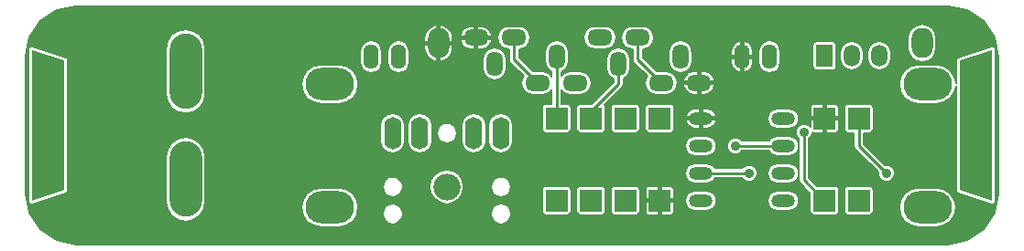
<source format=gbl>
G04 #@! TF.FileFunction,Copper,L2,Bot,Signal*
%FSLAX46Y46*%
G04 Gerber Fmt 4.6, Leading zero omitted, Abs format (unit mm)*
G04 Created by KiCad (PCBNEW 4.0.2+dfsg1-stable) date vie 27 ene 2017 01:32:26 CET*
%MOMM*%
G01*
G04 APERTURE LIST*
%ADD10C,0.150000*%
%ADD11O,4.500000X3.000000*%
%ADD12O,3.000000X7.000000*%
%ADD13O,2.500000X2.500000*%
%ADD14O,1.600000X3.000000*%
%ADD15O,1.397000X2.300000*%
%ADD16O,1.524000X2.300000*%
%ADD17O,2.300000X1.524000*%
%ADD18R,1.998980X1.998980*%
%ADD19O,2.000000X2.800000*%
%ADD20R,1.500000X2.000000*%
%ADD21O,1.500000X2.000000*%
%ADD22O,2.200000X1.200000*%
%ADD23C,0.889000*%
%ADD24C,0.254000*%
%ADD25C,0.152400*%
G04 APERTURE END LIST*
D10*
D11*
X-22225000Y3175000D03*
X-22225000Y-8255000D03*
X33020000Y3175000D03*
D12*
X-35560000Y4365000D03*
X-35560000Y-5635000D03*
D13*
X-11430000Y-6350000D03*
D14*
X-13930000Y-1350000D03*
X-16430000Y-1350000D03*
X-6430000Y-1350000D03*
X-8930000Y-1350000D03*
D10*
G36*
X38965000Y-7635000D02*
X35965000Y-6635000D01*
X35965000Y5365000D01*
X38965000Y6365000D01*
X38965000Y-7635000D01*
X38965000Y-7635000D01*
G37*
D15*
X15875000Y5715000D03*
X18415000Y5715000D03*
X-18415000Y5715000D03*
X-15875000Y5715000D03*
D16*
X4445000Y5080000D03*
D17*
X6215000Y7485000D03*
X2715000Y7485000D03*
D16*
X10160000Y5715000D03*
D17*
X8390000Y3310000D03*
X11890000Y3310000D03*
D16*
X-1270000Y5715000D03*
D17*
X-3040000Y3310000D03*
X460000Y3310000D03*
D16*
X-6985000Y5080000D03*
D17*
X-5215000Y7485000D03*
X-8715000Y7485000D03*
D10*
G36*
X-49760000Y6365000D02*
X-46760000Y5365000D01*
X-46760000Y-6635000D01*
X-49760000Y-7635000D01*
X-49760000Y6365000D01*
X-49760000Y6365000D01*
G37*
D18*
X23495000Y-7620000D03*
X23495000Y0D03*
X8255000Y0D03*
X8255000Y-7620000D03*
X5080000Y-7620000D03*
X5080000Y0D03*
X26670000Y0D03*
X26670000Y-7620000D03*
X1905000Y0D03*
X1905000Y-7620000D03*
X-1270000Y0D03*
X-1270000Y-7620000D03*
D19*
X32510000Y6985000D03*
X-12190000Y6985000D03*
D20*
X23495000Y5815000D03*
D21*
X26035000Y5815000D03*
X28575000Y5815000D03*
D22*
X12065000Y-2540000D03*
X12065000Y0D03*
X12065000Y-5080000D03*
X12065000Y-7620000D03*
X19685000Y-7620000D03*
X19685000Y-5080000D03*
X19685000Y-2540000D03*
X19685000Y0D03*
D11*
X33020000Y-8255000D03*
D23*
X29210000Y-5080000D03*
X15240000Y-2540000D03*
X16510000Y-5080000D03*
X21590000Y-1270000D03*
D24*
X26670000Y-2540000D02*
X26670000Y0D01*
X29210000Y-5080000D02*
X26670000Y-2540000D01*
X-3040000Y3310000D02*
X-5215000Y5485000D01*
X-5215000Y5485000D02*
X-5215000Y7485000D01*
X4445000Y3175000D02*
X4445000Y5080000D01*
X1905000Y0D02*
X1905000Y635000D01*
X1905000Y635000D02*
X4445000Y3175000D01*
X19685000Y-2540000D02*
X15240000Y-2540000D01*
X12065000Y-5080000D02*
X16510000Y-5080000D01*
X-1270000Y5715000D02*
X-1270000Y0D01*
X8390000Y3310000D02*
X6215000Y5485000D01*
X6215000Y5485000D02*
X6215000Y7485000D01*
X21590000Y-1270000D02*
X21590000Y-5715000D01*
X21590000Y-5715000D02*
X23495000Y-7620000D01*
D25*
G36*
X36710931Y10026618D02*
X38224970Y9014968D01*
X39236618Y7500930D01*
X39599800Y5675092D01*
X39599800Y-6945092D01*
X39236618Y-8770930D01*
X38224970Y-10284968D01*
X36710931Y-11296618D01*
X34885092Y-11659800D01*
X-45680092Y-11659800D01*
X-47505930Y-11296618D01*
X-49019968Y-10284970D01*
X-50031618Y-8770931D01*
X-50394800Y-6945092D01*
X-50394800Y5675092D01*
X-50257569Y6365000D01*
X-50096669Y6365000D01*
X-50096669Y-7635000D01*
X-50082212Y-7732600D01*
X-50018854Y-7850269D01*
X-49914709Y-7934017D01*
X-49786185Y-7970649D01*
X-49653536Y-7954392D01*
X-46653536Y-6954392D01*
X-46525251Y-6876327D01*
X-46449856Y-6765983D01*
X-46423331Y-6635000D01*
X-46423331Y-3559962D01*
X-37390200Y-3559962D01*
X-37390200Y-7710038D01*
X-37250884Y-8410425D01*
X-36854147Y-9004185D01*
X-36260387Y-9400922D01*
X-35560000Y-9540238D01*
X-34859613Y-9400922D01*
X-34265853Y-9004185D01*
X-33869116Y-8410425D01*
X-33838200Y-8255000D01*
X-24855749Y-8255000D01*
X-24716433Y-8955387D01*
X-24319696Y-9549147D01*
X-23725936Y-9945884D01*
X-23025549Y-10085200D01*
X-21424451Y-10085200D01*
X-20724064Y-9945884D01*
X-20130304Y-9549147D01*
X-19733567Y-8955387D01*
X-19708980Y-8831776D01*
X-17360200Y-8831776D01*
X-17360200Y-8868224D01*
X-17289393Y-9224196D01*
X-17087751Y-9525975D01*
X-16785972Y-9727617D01*
X-16430000Y-9798424D01*
X-16074028Y-9727617D01*
X-15772249Y-9525975D01*
X-15570607Y-9224196D01*
X-15499800Y-8868224D01*
X-15499800Y-8831776D01*
X-7360200Y-8831776D01*
X-7360200Y-8868224D01*
X-7289393Y-9224196D01*
X-7087751Y-9525975D01*
X-6785972Y-9727617D01*
X-6430000Y-9798424D01*
X-6074028Y-9727617D01*
X-5772249Y-9525975D01*
X-5570607Y-9224196D01*
X-5499800Y-8868224D01*
X-5499800Y-8831776D01*
X-5570607Y-8475804D01*
X-5772249Y-8174025D01*
X-6074028Y-7972383D01*
X-6430000Y-7901576D01*
X-6785972Y-7972383D01*
X-7087751Y-8174025D01*
X-7289393Y-8475804D01*
X-7360200Y-8831776D01*
X-15499800Y-8831776D01*
X-15570607Y-8475804D01*
X-15772249Y-8174025D01*
X-16074028Y-7972383D01*
X-16430000Y-7901576D01*
X-16785972Y-7972383D01*
X-17087751Y-8174025D01*
X-17289393Y-8475804D01*
X-17360200Y-8831776D01*
X-19708980Y-8831776D01*
X-19594251Y-8255000D01*
X-19733567Y-7554613D01*
X-20130304Y-6960853D01*
X-20724064Y-6564116D01*
X-21424451Y-6424800D01*
X-23025549Y-6424800D01*
X-23725936Y-6564116D01*
X-24319696Y-6960853D01*
X-24716433Y-7554613D01*
X-24855749Y-8255000D01*
X-33838200Y-8255000D01*
X-33729800Y-7710038D01*
X-33729800Y-6331776D01*
X-17360200Y-6331776D01*
X-17360200Y-6368224D01*
X-17289393Y-6724196D01*
X-17087751Y-7025975D01*
X-16785972Y-7227617D01*
X-16430000Y-7298424D01*
X-16074028Y-7227617D01*
X-15772249Y-7025975D01*
X-15570607Y-6724196D01*
X-15499800Y-6368224D01*
X-15499800Y-6331776D01*
X-15502332Y-6319042D01*
X-13010200Y-6319042D01*
X-13010200Y-6380958D01*
X-12889914Y-6985674D01*
X-12547370Y-7498328D01*
X-12034716Y-7840872D01*
X-11430000Y-7961158D01*
X-10825284Y-7840872D01*
X-10312630Y-7498328D01*
X-9970086Y-6985674D01*
X-9849800Y-6380958D01*
X-9849800Y-6331776D01*
X-7360200Y-6331776D01*
X-7360200Y-6368224D01*
X-7289393Y-6724196D01*
X-7087751Y-7025975D01*
X-6785972Y-7227617D01*
X-6430000Y-7298424D01*
X-6074028Y-7227617D01*
X-5772249Y-7025975D01*
X-5570607Y-6724196D01*
X-5549983Y-6620510D01*
X-2606159Y-6620510D01*
X-2606159Y-8619490D01*
X-2583134Y-8741855D01*
X-2510817Y-8854239D01*
X-2400473Y-8929634D01*
X-2269490Y-8956159D01*
X-270510Y-8956159D01*
X-148145Y-8933134D01*
X-35761Y-8860817D01*
X39634Y-8750473D01*
X66159Y-8619490D01*
X66159Y-6620510D01*
X568841Y-6620510D01*
X568841Y-8619490D01*
X591866Y-8741855D01*
X664183Y-8854239D01*
X774527Y-8929634D01*
X905510Y-8956159D01*
X2904490Y-8956159D01*
X3026855Y-8933134D01*
X3139239Y-8860817D01*
X3214634Y-8750473D01*
X3241159Y-8619490D01*
X3241159Y-6620510D01*
X3743841Y-6620510D01*
X3743841Y-8619490D01*
X3766866Y-8741855D01*
X3839183Y-8854239D01*
X3949527Y-8929634D01*
X4080510Y-8956159D01*
X6079490Y-8956159D01*
X6201855Y-8933134D01*
X6314239Y-8860817D01*
X6389634Y-8750473D01*
X6416159Y-8619490D01*
X6416159Y-7816850D01*
X6925310Y-7816850D01*
X6925310Y-8685171D01*
X6975580Y-8806533D01*
X7068467Y-8899420D01*
X7189829Y-8949690D01*
X8058150Y-8949690D01*
X8140700Y-8867140D01*
X8140700Y-7734300D01*
X8369300Y-7734300D01*
X8369300Y-8867140D01*
X8451850Y-8949690D01*
X9320171Y-8949690D01*
X9441533Y-8899420D01*
X9534420Y-8806533D01*
X9584690Y-8685171D01*
X9584690Y-7816850D01*
X9502140Y-7734300D01*
X8369300Y-7734300D01*
X8140700Y-7734300D01*
X7007860Y-7734300D01*
X6925310Y-7816850D01*
X6416159Y-7816850D01*
X6416159Y-7620000D01*
X10606781Y-7620000D01*
X10677588Y-7975972D01*
X10879230Y-8277751D01*
X11181009Y-8479393D01*
X11536981Y-8550200D01*
X12593019Y-8550200D01*
X12948991Y-8479393D01*
X13250770Y-8277751D01*
X13452412Y-7975972D01*
X13523219Y-7620000D01*
X18226781Y-7620000D01*
X18297588Y-7975972D01*
X18499230Y-8277751D01*
X18801009Y-8479393D01*
X19156981Y-8550200D01*
X20213019Y-8550200D01*
X20568991Y-8479393D01*
X20870770Y-8277751D01*
X21072412Y-7975972D01*
X21143219Y-7620000D01*
X21072412Y-7264028D01*
X20870770Y-6962249D01*
X20568991Y-6760607D01*
X20213019Y-6689800D01*
X19156981Y-6689800D01*
X18801009Y-6760607D01*
X18499230Y-6962249D01*
X18297588Y-7264028D01*
X18226781Y-7620000D01*
X13523219Y-7620000D01*
X13452412Y-7264028D01*
X13250770Y-6962249D01*
X12948991Y-6760607D01*
X12593019Y-6689800D01*
X11536981Y-6689800D01*
X11181009Y-6760607D01*
X10879230Y-6962249D01*
X10677588Y-7264028D01*
X10606781Y-7620000D01*
X6416159Y-7620000D01*
X6416159Y-6620510D01*
X6403801Y-6554829D01*
X6925310Y-6554829D01*
X6925310Y-7423150D01*
X7007860Y-7505700D01*
X8140700Y-7505700D01*
X8140700Y-6372860D01*
X8369300Y-6372860D01*
X8369300Y-7505700D01*
X9502140Y-7505700D01*
X9584690Y-7423150D01*
X9584690Y-6554829D01*
X9534420Y-6433467D01*
X9441533Y-6340580D01*
X9320171Y-6290310D01*
X8451850Y-6290310D01*
X8369300Y-6372860D01*
X8140700Y-6372860D01*
X8058150Y-6290310D01*
X7189829Y-6290310D01*
X7068467Y-6340580D01*
X6975580Y-6433467D01*
X6925310Y-6554829D01*
X6403801Y-6554829D01*
X6393134Y-6498145D01*
X6320817Y-6385761D01*
X6210473Y-6310366D01*
X6079490Y-6283841D01*
X4080510Y-6283841D01*
X3958145Y-6306866D01*
X3845761Y-6379183D01*
X3770366Y-6489527D01*
X3743841Y-6620510D01*
X3241159Y-6620510D01*
X3218134Y-6498145D01*
X3145817Y-6385761D01*
X3035473Y-6310366D01*
X2904490Y-6283841D01*
X905510Y-6283841D01*
X783145Y-6306866D01*
X670761Y-6379183D01*
X595366Y-6489527D01*
X568841Y-6620510D01*
X66159Y-6620510D01*
X43134Y-6498145D01*
X-29183Y-6385761D01*
X-139527Y-6310366D01*
X-270510Y-6283841D01*
X-2269490Y-6283841D01*
X-2391855Y-6306866D01*
X-2504239Y-6379183D01*
X-2579634Y-6489527D01*
X-2606159Y-6620510D01*
X-5549983Y-6620510D01*
X-5499800Y-6368224D01*
X-5499800Y-6331776D01*
X-5570607Y-5975804D01*
X-5772249Y-5674025D01*
X-6074028Y-5472383D01*
X-6430000Y-5401576D01*
X-6785972Y-5472383D01*
X-7087751Y-5674025D01*
X-7289393Y-5975804D01*
X-7360200Y-6331776D01*
X-9849800Y-6331776D01*
X-9849800Y-6319042D01*
X-9970086Y-5714326D01*
X-10312630Y-5201672D01*
X-10494725Y-5080000D01*
X10606781Y-5080000D01*
X10677588Y-5435972D01*
X10879230Y-5737751D01*
X11181009Y-5939393D01*
X11536981Y-6010200D01*
X12593019Y-6010200D01*
X12948991Y-5939393D01*
X13250770Y-5737751D01*
X13384774Y-5537200D01*
X15871767Y-5537200D01*
X16070595Y-5736376D01*
X16355227Y-5854565D01*
X16663421Y-5854834D01*
X16948259Y-5737141D01*
X17166376Y-5519405D01*
X17284565Y-5234773D01*
X17284834Y-4926579D01*
X17167141Y-4641741D01*
X16949405Y-4423624D01*
X16664773Y-4305435D01*
X16356579Y-4305166D01*
X16071741Y-4422859D01*
X15871450Y-4622800D01*
X13384774Y-4622800D01*
X13250770Y-4422249D01*
X12948991Y-4220607D01*
X12593019Y-4149800D01*
X11536981Y-4149800D01*
X11181009Y-4220607D01*
X10879230Y-4422249D01*
X10677588Y-4724028D01*
X10606781Y-5080000D01*
X-10494725Y-5080000D01*
X-10825284Y-4859128D01*
X-11430000Y-4738842D01*
X-12034716Y-4859128D01*
X-12547370Y-5201672D01*
X-12889914Y-5714326D01*
X-13010200Y-6319042D01*
X-15502332Y-6319042D01*
X-15570607Y-5975804D01*
X-15772249Y-5674025D01*
X-16074028Y-5472383D01*
X-16430000Y-5401576D01*
X-16785972Y-5472383D01*
X-17087751Y-5674025D01*
X-17289393Y-5975804D01*
X-17360200Y-6331776D01*
X-33729800Y-6331776D01*
X-33729800Y-3559962D01*
X-33869116Y-2859575D01*
X-34265853Y-2265815D01*
X-34859613Y-1869078D01*
X-35560000Y-1729762D01*
X-36260387Y-1869078D01*
X-36854147Y-2265815D01*
X-37250884Y-2859575D01*
X-37390200Y-3559962D01*
X-46423331Y-3559962D01*
X-46423331Y-614144D01*
X-17560200Y-614144D01*
X-17560200Y-2085856D01*
X-17474169Y-2518365D01*
X-17229172Y-2885028D01*
X-16862509Y-3130025D01*
X-16430000Y-3216056D01*
X-15997491Y-3130025D01*
X-15630828Y-2885028D01*
X-15385831Y-2518365D01*
X-15299800Y-2085856D01*
X-15299800Y-614144D01*
X-15060200Y-614144D01*
X-15060200Y-2085856D01*
X-14974169Y-2518365D01*
X-14729172Y-2885028D01*
X-14362509Y-3130025D01*
X-13930000Y-3216056D01*
X-13497491Y-3130025D01*
X-13130828Y-2885028D01*
X-12885831Y-2518365D01*
X-12799800Y-2085856D01*
X-12799800Y-1331776D01*
X-12360200Y-1331776D01*
X-12360200Y-1368224D01*
X-12289393Y-1724196D01*
X-12087751Y-2025975D01*
X-11785972Y-2227617D01*
X-11430000Y-2298424D01*
X-11074028Y-2227617D01*
X-10772249Y-2025975D01*
X-10570607Y-1724196D01*
X-10499800Y-1368224D01*
X-10499800Y-1331776D01*
X-10570607Y-975804D01*
X-10772249Y-674025D01*
X-10861867Y-614144D01*
X-10060200Y-614144D01*
X-10060200Y-2085856D01*
X-9974169Y-2518365D01*
X-9729172Y-2885028D01*
X-9362509Y-3130025D01*
X-8930000Y-3216056D01*
X-8497491Y-3130025D01*
X-8130828Y-2885028D01*
X-7885831Y-2518365D01*
X-7799800Y-2085856D01*
X-7799800Y-614144D01*
X-7560200Y-614144D01*
X-7560200Y-2085856D01*
X-7474169Y-2518365D01*
X-7229172Y-2885028D01*
X-6862509Y-3130025D01*
X-6430000Y-3216056D01*
X-5997491Y-3130025D01*
X-5630828Y-2885028D01*
X-5400288Y-2540000D01*
X10606781Y-2540000D01*
X10677588Y-2895972D01*
X10879230Y-3197751D01*
X11181009Y-3399393D01*
X11536981Y-3470200D01*
X12593019Y-3470200D01*
X12948991Y-3399393D01*
X13250770Y-3197751D01*
X13452412Y-2895972D01*
X13492701Y-2693421D01*
X14465166Y-2693421D01*
X14582859Y-2978259D01*
X14800595Y-3196376D01*
X15085227Y-3314565D01*
X15393421Y-3314834D01*
X15678259Y-3197141D01*
X15878550Y-2997200D01*
X18365226Y-2997200D01*
X18499230Y-3197751D01*
X18801009Y-3399393D01*
X19156981Y-3470200D01*
X20213019Y-3470200D01*
X20568991Y-3399393D01*
X20870770Y-3197751D01*
X21072412Y-2895972D01*
X21132800Y-2592380D01*
X21132800Y-5027620D01*
X21072412Y-4724028D01*
X20870770Y-4422249D01*
X20568991Y-4220607D01*
X20213019Y-4149800D01*
X19156981Y-4149800D01*
X18801009Y-4220607D01*
X18499230Y-4422249D01*
X18297588Y-4724028D01*
X18226781Y-5080000D01*
X18297588Y-5435972D01*
X18499230Y-5737751D01*
X18801009Y-5939393D01*
X19156981Y-6010200D01*
X20213019Y-6010200D01*
X20568991Y-5939393D01*
X20870770Y-5737751D01*
X21072412Y-5435972D01*
X21132800Y-5132380D01*
X21132800Y-5715000D01*
X21167602Y-5889963D01*
X21266711Y-6038289D01*
X22158841Y-6930419D01*
X22158841Y-8619490D01*
X22181866Y-8741855D01*
X22254183Y-8854239D01*
X22364527Y-8929634D01*
X22495510Y-8956159D01*
X24494490Y-8956159D01*
X24616855Y-8933134D01*
X24729239Y-8860817D01*
X24804634Y-8750473D01*
X24831159Y-8619490D01*
X24831159Y-6620510D01*
X25333841Y-6620510D01*
X25333841Y-8619490D01*
X25356866Y-8741855D01*
X25429183Y-8854239D01*
X25539527Y-8929634D01*
X25670510Y-8956159D01*
X27669490Y-8956159D01*
X27791855Y-8933134D01*
X27904239Y-8860817D01*
X27979634Y-8750473D01*
X28006159Y-8619490D01*
X28006159Y-8255000D01*
X30389251Y-8255000D01*
X30528567Y-8955387D01*
X30925304Y-9549147D01*
X31519064Y-9945884D01*
X32219451Y-10085200D01*
X33820549Y-10085200D01*
X34520936Y-9945884D01*
X35114696Y-9549147D01*
X35511433Y-8955387D01*
X35650749Y-8255000D01*
X35511433Y-7554613D01*
X35114696Y-6960853D01*
X34520936Y-6564116D01*
X33820549Y-6424800D01*
X32219451Y-6424800D01*
X31519064Y-6564116D01*
X30925304Y-6960853D01*
X30528567Y-7554613D01*
X30389251Y-8255000D01*
X28006159Y-8255000D01*
X28006159Y-6620510D01*
X27983134Y-6498145D01*
X27910817Y-6385761D01*
X27800473Y-6310366D01*
X27669490Y-6283841D01*
X25670510Y-6283841D01*
X25548145Y-6306866D01*
X25435761Y-6379183D01*
X25360366Y-6489527D01*
X25333841Y-6620510D01*
X24831159Y-6620510D01*
X24808134Y-6498145D01*
X24735817Y-6385761D01*
X24625473Y-6310366D01*
X24494490Y-6283841D01*
X22805419Y-6283841D01*
X22047200Y-5525622D01*
X22047200Y-1908233D01*
X22246376Y-1709405D01*
X22364565Y-1424773D01*
X22364672Y-1302701D01*
X22429829Y-1329690D01*
X23298150Y-1329690D01*
X23380700Y-1247140D01*
X23380700Y-114300D01*
X23609300Y-114300D01*
X23609300Y-1247140D01*
X23691850Y-1329690D01*
X24560171Y-1329690D01*
X24681533Y-1279420D01*
X24774420Y-1186533D01*
X24824690Y-1065171D01*
X24824690Y-196850D01*
X24742140Y-114300D01*
X23609300Y-114300D01*
X23380700Y-114300D01*
X22247860Y-114300D01*
X22165310Y-196850D01*
X22165310Y-749767D01*
X22029405Y-613624D01*
X21744773Y-495435D01*
X21436579Y-495166D01*
X21151741Y-612859D01*
X20933624Y-830595D01*
X20815435Y-1115227D01*
X20815166Y-1423421D01*
X20932859Y-1708259D01*
X21132800Y-1908550D01*
X21132800Y-2487620D01*
X21072412Y-2184028D01*
X20870770Y-1882249D01*
X20568991Y-1680607D01*
X20213019Y-1609800D01*
X19156981Y-1609800D01*
X18801009Y-1680607D01*
X18499230Y-1882249D01*
X18365226Y-2082800D01*
X15878233Y-2082800D01*
X15679405Y-1883624D01*
X15394773Y-1765435D01*
X15086579Y-1765166D01*
X14801741Y-1882859D01*
X14583624Y-2100595D01*
X14465435Y-2385227D01*
X14465166Y-2693421D01*
X13492701Y-2693421D01*
X13523219Y-2540000D01*
X13452412Y-2184028D01*
X13250770Y-1882249D01*
X12948991Y-1680607D01*
X12593019Y-1609800D01*
X11536981Y-1609800D01*
X11181009Y-1680607D01*
X10879230Y-1882249D01*
X10677588Y-2184028D01*
X10606781Y-2540000D01*
X-5400288Y-2540000D01*
X-5385831Y-2518365D01*
X-5299800Y-2085856D01*
X-5299800Y-614144D01*
X-5385831Y-181635D01*
X-5630828Y185028D01*
X-5997491Y430025D01*
X-6430000Y516056D01*
X-6862509Y430025D01*
X-7229172Y185028D01*
X-7474169Y-181635D01*
X-7560200Y-614144D01*
X-7799800Y-614144D01*
X-7885831Y-181635D01*
X-8130828Y185028D01*
X-8497491Y430025D01*
X-8930000Y516056D01*
X-9362509Y430025D01*
X-9729172Y185028D01*
X-9974169Y-181635D01*
X-10060200Y-614144D01*
X-10861867Y-614144D01*
X-11074028Y-472383D01*
X-11430000Y-401576D01*
X-11785972Y-472383D01*
X-12087751Y-674025D01*
X-12289393Y-975804D01*
X-12360200Y-1331776D01*
X-12799800Y-1331776D01*
X-12799800Y-614144D01*
X-12885831Y-181635D01*
X-13130828Y185028D01*
X-13497491Y430025D01*
X-13930000Y516056D01*
X-14362509Y430025D01*
X-14729172Y185028D01*
X-14974169Y-181635D01*
X-15060200Y-614144D01*
X-15299800Y-614144D01*
X-15385831Y-181635D01*
X-15630828Y185028D01*
X-15997491Y430025D01*
X-16430000Y516056D01*
X-16862509Y430025D01*
X-17229172Y185028D01*
X-17474169Y-181635D01*
X-17560200Y-614144D01*
X-46423331Y-614144D01*
X-46423331Y5365000D01*
X-46456823Y5511389D01*
X-46537662Y5617808D01*
X-46653536Y5684392D01*
X-48920474Y6440038D01*
X-37390200Y6440038D01*
X-37390200Y2289962D01*
X-37250884Y1589575D01*
X-36854147Y995815D01*
X-36260387Y599078D01*
X-35560000Y459762D01*
X-34859613Y599078D01*
X-34265853Y995815D01*
X-33869116Y1589575D01*
X-33729800Y2289962D01*
X-33729800Y3175000D01*
X-24855749Y3175000D01*
X-24716433Y2474613D01*
X-24319696Y1880853D01*
X-23725936Y1484116D01*
X-23025549Y1344800D01*
X-21424451Y1344800D01*
X-20724064Y1484116D01*
X-20130304Y1880853D01*
X-19733567Y2474613D01*
X-19594251Y3175000D01*
X-19733567Y3875387D01*
X-20130304Y4469147D01*
X-20724064Y4865884D01*
X-21424451Y5005200D01*
X-23025549Y5005200D01*
X-23725936Y4865884D01*
X-24319696Y4469147D01*
X-24716433Y3875387D01*
X-24855749Y3175000D01*
X-33729800Y3175000D01*
X-33729800Y6195499D01*
X-19443700Y6195499D01*
X-19443700Y5234501D01*
X-19365395Y4840835D01*
X-19142401Y4507100D01*
X-18808666Y4284106D01*
X-18415000Y4205801D01*
X-18021334Y4284106D01*
X-17687599Y4507100D01*
X-17464605Y4840835D01*
X-17386300Y5234501D01*
X-17386300Y6195499D01*
X-16903700Y6195499D01*
X-16903700Y5234501D01*
X-16825395Y4840835D01*
X-16602401Y4507100D01*
X-16268666Y4284106D01*
X-15875000Y4205801D01*
X-15481334Y4284106D01*
X-15147599Y4507100D01*
X-14924605Y4840835D01*
X-14846300Y5234501D01*
X-14846300Y6195499D01*
X-14924605Y6589165D01*
X-15112720Y6870700D01*
X-13520200Y6870700D01*
X-13520200Y6470700D01*
X-13375204Y5970355D01*
X-13049771Y5563584D01*
X-12593446Y5312315D01*
X-12510212Y5293917D01*
X-12304300Y5342597D01*
X-12304300Y6870700D01*
X-12075700Y6870700D01*
X-12075700Y5342597D01*
X-11869788Y5293917D01*
X-11786554Y5312315D01*
X-11451153Y5496999D01*
X-8077200Y5496999D01*
X-8077200Y4663001D01*
X-7994061Y4245034D01*
X-7757302Y3890699D01*
X-7402967Y3653940D01*
X-6985000Y3570801D01*
X-6567033Y3653940D01*
X-6212698Y3890699D01*
X-5975939Y4245034D01*
X-5892800Y4663001D01*
X-5892800Y5496999D01*
X-5975939Y5914966D01*
X-6212698Y6269301D01*
X-6567033Y6506060D01*
X-6985000Y6589199D01*
X-7402967Y6506060D01*
X-7757302Y6269301D01*
X-7994061Y5914966D01*
X-8077200Y5496999D01*
X-11451153Y5496999D01*
X-11330229Y5563584D01*
X-11004796Y5970355D01*
X-10859800Y6470700D01*
X-10859800Y6870700D01*
X-12075700Y6870700D01*
X-12304300Y6870700D01*
X-13520200Y6870700D01*
X-15112720Y6870700D01*
X-15147599Y6922900D01*
X-15481334Y7145894D01*
X-15875000Y7224199D01*
X-16268666Y7145894D01*
X-16602401Y6922900D01*
X-16825395Y6589165D01*
X-16903700Y6195499D01*
X-17386300Y6195499D01*
X-17464605Y6589165D01*
X-17687599Y6922900D01*
X-18021334Y7145894D01*
X-18415000Y7224199D01*
X-18808666Y7145894D01*
X-19142401Y6922900D01*
X-19365395Y6589165D01*
X-19443700Y6195499D01*
X-33729800Y6195499D01*
X-33729800Y6440038D01*
X-33869116Y7140425D01*
X-34108908Y7499300D01*
X-13520200Y7499300D01*
X-13520200Y7099300D01*
X-12304300Y7099300D01*
X-12304300Y8627403D01*
X-12075700Y8627403D01*
X-12075700Y7099300D01*
X-10859800Y7099300D01*
X-10859800Y7202188D01*
X-10157950Y7202188D01*
X-10155802Y7172632D01*
X-9956124Y6793520D01*
X-9626566Y6519679D01*
X-9217300Y6392800D01*
X-8829300Y6392800D01*
X-8829300Y7370700D01*
X-8600700Y7370700D01*
X-8600700Y6392800D01*
X-8212700Y6392800D01*
X-7803434Y6519679D01*
X-7473876Y6793520D01*
X-7274198Y7172632D01*
X-7272050Y7202188D01*
X-7323841Y7370700D01*
X-8600700Y7370700D01*
X-8829300Y7370700D01*
X-10106159Y7370700D01*
X-10157950Y7202188D01*
X-10859800Y7202188D01*
X-10859800Y7485000D01*
X-6724199Y7485000D01*
X-6641060Y7067033D01*
X-6404301Y6712698D01*
X-6049966Y6475939D01*
X-5672200Y6400796D01*
X-5672200Y5485000D01*
X-5637398Y5310037D01*
X-5538289Y5161711D01*
X-4321258Y3944679D01*
X-4466060Y3727967D01*
X-4549199Y3310000D01*
X-4466060Y2892033D01*
X-4229301Y2537698D01*
X-3874966Y2300939D01*
X-3456999Y2217800D01*
X-2623001Y2217800D01*
X-2205034Y2300939D01*
X-1850699Y2537698D01*
X-1727200Y2722527D01*
X-1727200Y1336159D01*
X-2269490Y1336159D01*
X-2391855Y1313134D01*
X-2504239Y1240817D01*
X-2579634Y1130473D01*
X-2606159Y999490D01*
X-2606159Y-999490D01*
X-2583134Y-1121855D01*
X-2510817Y-1234239D01*
X-2400473Y-1309634D01*
X-2269490Y-1336159D01*
X-270510Y-1336159D01*
X-148145Y-1313134D01*
X-35761Y-1240817D01*
X39634Y-1130473D01*
X66159Y-999490D01*
X66159Y999490D01*
X568841Y999490D01*
X568841Y-999490D01*
X591866Y-1121855D01*
X664183Y-1234239D01*
X774527Y-1309634D01*
X905510Y-1336159D01*
X2904490Y-1336159D01*
X3026855Y-1313134D01*
X3139239Y-1240817D01*
X3214634Y-1130473D01*
X3241159Y-999490D01*
X3241159Y999490D01*
X3743841Y999490D01*
X3743841Y-999490D01*
X3766866Y-1121855D01*
X3839183Y-1234239D01*
X3949527Y-1309634D01*
X4080510Y-1336159D01*
X6079490Y-1336159D01*
X6201855Y-1313134D01*
X6314239Y-1240817D01*
X6389634Y-1130473D01*
X6416159Y-999490D01*
X6416159Y999490D01*
X6918841Y999490D01*
X6918841Y-999490D01*
X6941866Y-1121855D01*
X7014183Y-1234239D01*
X7124527Y-1309634D01*
X7255510Y-1336159D01*
X9254490Y-1336159D01*
X9376855Y-1313134D01*
X9489239Y-1240817D01*
X9564634Y-1130473D01*
X9591159Y-999490D01*
X9591159Y-257305D01*
X10671095Y-257305D01*
X10826427Y-576928D01*
X11103428Y-815652D01*
X11450700Y-930200D01*
X11950700Y-930200D01*
X11950700Y-114300D01*
X12179300Y-114300D01*
X12179300Y-930200D01*
X12679300Y-930200D01*
X13026572Y-815652D01*
X13303573Y-576928D01*
X13458905Y-257305D01*
X13404908Y-114300D01*
X12179300Y-114300D01*
X11950700Y-114300D01*
X10725092Y-114300D01*
X10671095Y-257305D01*
X9591159Y-257305D01*
X9591159Y0D01*
X18226781Y0D01*
X18297588Y-355972D01*
X18499230Y-657751D01*
X18801009Y-859393D01*
X19156981Y-930200D01*
X20213019Y-930200D01*
X20568991Y-859393D01*
X20870770Y-657751D01*
X21072412Y-355972D01*
X21143219Y0D01*
X21072412Y355972D01*
X20870770Y657751D01*
X20568991Y859393D01*
X20213019Y930200D01*
X19156981Y930200D01*
X18801009Y859393D01*
X18499230Y657751D01*
X18297588Y355972D01*
X18226781Y0D01*
X9591159Y0D01*
X9591159Y257305D01*
X10671095Y257305D01*
X10725092Y114300D01*
X11950700Y114300D01*
X11950700Y930200D01*
X12179300Y930200D01*
X12179300Y114300D01*
X13404908Y114300D01*
X13458905Y257305D01*
X13303573Y576928D01*
X13026572Y815652D01*
X12679300Y930200D01*
X12179300Y930200D01*
X11950700Y930200D01*
X11450700Y930200D01*
X11103428Y815652D01*
X10826427Y576928D01*
X10671095Y257305D01*
X9591159Y257305D01*
X9591159Y999490D01*
X9578801Y1065171D01*
X22165310Y1065171D01*
X22165310Y196850D01*
X22247860Y114300D01*
X23380700Y114300D01*
X23380700Y1247140D01*
X23609300Y1247140D01*
X23609300Y114300D01*
X24742140Y114300D01*
X24824690Y196850D01*
X24824690Y999490D01*
X25333841Y999490D01*
X25333841Y-999490D01*
X25356866Y-1121855D01*
X25429183Y-1234239D01*
X25539527Y-1309634D01*
X25670510Y-1336159D01*
X26212800Y-1336159D01*
X26212800Y-2540000D01*
X26247602Y-2714963D01*
X26346711Y-2863289D01*
X28435412Y-4951990D01*
X28435166Y-5233421D01*
X28552859Y-5518259D01*
X28770595Y-5736376D01*
X29055227Y-5854565D01*
X29363421Y-5854834D01*
X29648259Y-5737141D01*
X29866376Y-5519405D01*
X29984565Y-5234773D01*
X29984834Y-4926579D01*
X29867141Y-4641741D01*
X29649405Y-4423624D01*
X29364773Y-4305435D01*
X29081767Y-4305188D01*
X27127200Y-2350622D01*
X27127200Y-1336159D01*
X27669490Y-1336159D01*
X27791855Y-1313134D01*
X27904239Y-1240817D01*
X27979634Y-1130473D01*
X28006159Y-999490D01*
X28006159Y999490D01*
X27983134Y1121855D01*
X27910817Y1234239D01*
X27800473Y1309634D01*
X27669490Y1336159D01*
X25670510Y1336159D01*
X25548145Y1313134D01*
X25435761Y1240817D01*
X25360366Y1130473D01*
X25333841Y999490D01*
X24824690Y999490D01*
X24824690Y1065171D01*
X24774420Y1186533D01*
X24681533Y1279420D01*
X24560171Y1329690D01*
X23691850Y1329690D01*
X23609300Y1247140D01*
X23380700Y1247140D01*
X23298150Y1329690D01*
X22429829Y1329690D01*
X22308467Y1279420D01*
X22215580Y1186533D01*
X22165310Y1065171D01*
X9578801Y1065171D01*
X9568134Y1121855D01*
X9495817Y1234239D01*
X9385473Y1309634D01*
X9254490Y1336159D01*
X7255510Y1336159D01*
X7133145Y1313134D01*
X7020761Y1240817D01*
X6945366Y1130473D01*
X6918841Y999490D01*
X6416159Y999490D01*
X6393134Y1121855D01*
X6320817Y1234239D01*
X6210473Y1309634D01*
X6079490Y1336159D01*
X4080510Y1336159D01*
X3958145Y1313134D01*
X3845761Y1240817D01*
X3770366Y1130473D01*
X3743841Y999490D01*
X3241159Y999490D01*
X3218134Y1121855D01*
X3147775Y1231196D01*
X4768289Y2851710D01*
X4867398Y3000037D01*
X4902200Y3175000D01*
X4902200Y3680155D01*
X5217302Y3890699D01*
X5454061Y4245034D01*
X5537200Y4663001D01*
X5537200Y5496999D01*
X5454061Y5914966D01*
X5217302Y6269301D01*
X4862967Y6506060D01*
X4445000Y6589199D01*
X4027033Y6506060D01*
X3672698Y6269301D01*
X3435939Y5914966D01*
X3352800Y5496999D01*
X3352800Y4663001D01*
X3435939Y4245034D01*
X3672698Y3890699D01*
X3987800Y3680155D01*
X3987800Y3364379D01*
X1959581Y1336159D01*
X905510Y1336159D01*
X783145Y1313134D01*
X670761Y1240817D01*
X595366Y1130473D01*
X568841Y999490D01*
X66159Y999490D01*
X43134Y1121855D01*
X-29183Y1234239D01*
X-139527Y1309634D01*
X-270510Y1336159D01*
X-812800Y1336159D01*
X-812800Y2662663D01*
X-729301Y2537698D01*
X-374966Y2300939D01*
X43001Y2217800D01*
X876999Y2217800D01*
X1294966Y2300939D01*
X1649301Y2537698D01*
X1886060Y2892033D01*
X1969199Y3310000D01*
X1886060Y3727967D01*
X1649301Y4082302D01*
X1294966Y4319061D01*
X876999Y4402200D01*
X43001Y4402200D01*
X-374966Y4319061D01*
X-729301Y4082302D01*
X-812800Y3957337D01*
X-812800Y4315155D01*
X-497698Y4525699D01*
X-260939Y4880034D01*
X-177800Y5298001D01*
X-177800Y6131999D01*
X-260939Y6549966D01*
X-497698Y6904301D01*
X-852033Y7141060D01*
X-1270000Y7224199D01*
X-1687967Y7141060D01*
X-2042302Y6904301D01*
X-2279061Y6549966D01*
X-2362200Y6131999D01*
X-2362200Y5298001D01*
X-2279061Y4880034D01*
X-2042302Y4525699D01*
X-1727200Y4315155D01*
X-1727200Y3897473D01*
X-1850699Y4082302D01*
X-2205034Y4319061D01*
X-2623001Y4402200D01*
X-3456999Y4402200D01*
X-3480873Y4397451D01*
X-4757800Y5674378D01*
X-4757800Y6400796D01*
X-4380034Y6475939D01*
X-4025699Y6712698D01*
X-3788940Y7067033D01*
X-3705801Y7485000D01*
X1205801Y7485000D01*
X1288940Y7067033D01*
X1525699Y6712698D01*
X1880034Y6475939D01*
X2298001Y6392800D01*
X3131999Y6392800D01*
X3549966Y6475939D01*
X3904301Y6712698D01*
X4141060Y7067033D01*
X4224199Y7485000D01*
X4705801Y7485000D01*
X4788940Y7067033D01*
X5025699Y6712698D01*
X5380034Y6475939D01*
X5757800Y6400796D01*
X5757800Y5485000D01*
X5792602Y5310037D01*
X5891711Y5161711D01*
X7108742Y3944679D01*
X6963940Y3727967D01*
X6880801Y3310000D01*
X6963940Y2892033D01*
X7200699Y2537698D01*
X7555034Y2300939D01*
X7973001Y2217800D01*
X8806999Y2217800D01*
X9224966Y2300939D01*
X9579301Y2537698D01*
X9816060Y2892033D01*
X9842944Y3027188D01*
X10447050Y3027188D01*
X10449198Y2997632D01*
X10648876Y2618520D01*
X10978434Y2344679D01*
X11387700Y2217800D01*
X11775700Y2217800D01*
X11775700Y3195700D01*
X12004300Y3195700D01*
X12004300Y2217800D01*
X12392300Y2217800D01*
X12801566Y2344679D01*
X13131124Y2618520D01*
X13330802Y2997632D01*
X13332950Y3027188D01*
X13287522Y3175000D01*
X30389251Y3175000D01*
X30528567Y2474613D01*
X30925304Y1880853D01*
X31519064Y1484116D01*
X32219451Y1344800D01*
X33820549Y1344800D01*
X34520936Y1484116D01*
X35114696Y1880853D01*
X35511433Y2474613D01*
X35628331Y3062297D01*
X35628331Y-6635000D01*
X35661823Y-6781389D01*
X35742662Y-6887808D01*
X35858536Y-6954392D01*
X38858536Y-7954392D01*
X38955699Y-7971540D01*
X39087365Y-7948644D01*
X39199749Y-7876327D01*
X39275144Y-7765983D01*
X39301669Y-7635000D01*
X39301669Y6365000D01*
X39287212Y6462600D01*
X39223854Y6580269D01*
X39119709Y6664017D01*
X38991185Y6700649D01*
X38858536Y6684392D01*
X35858536Y5684392D01*
X35730251Y5606327D01*
X35654856Y5495983D01*
X35628331Y5365000D01*
X35628331Y3287703D01*
X35511433Y3875387D01*
X35114696Y4469147D01*
X34520936Y4865884D01*
X33820549Y5005200D01*
X32219451Y5005200D01*
X31519064Y4865884D01*
X30925304Y4469147D01*
X30528567Y3875387D01*
X30389251Y3175000D01*
X13287522Y3175000D01*
X13281159Y3195700D01*
X12004300Y3195700D01*
X11775700Y3195700D01*
X10498841Y3195700D01*
X10447050Y3027188D01*
X9842944Y3027188D01*
X9899199Y3310000D01*
X9842945Y3592812D01*
X10447050Y3592812D01*
X10498841Y3424300D01*
X11775700Y3424300D01*
X11775700Y4402200D01*
X12004300Y4402200D01*
X12004300Y3424300D01*
X13281159Y3424300D01*
X13332950Y3592812D01*
X13330802Y3622368D01*
X13131124Y4001480D01*
X12801566Y4275321D01*
X12392300Y4402200D01*
X12004300Y4402200D01*
X11775700Y4402200D01*
X11387700Y4402200D01*
X10978434Y4275321D01*
X10648876Y4001480D01*
X10449198Y3622368D01*
X10447050Y3592812D01*
X9842945Y3592812D01*
X9816060Y3727967D01*
X9579301Y4082302D01*
X9224966Y4319061D01*
X8806999Y4402200D01*
X7973001Y4402200D01*
X7949127Y4397451D01*
X6672200Y5674378D01*
X6672200Y6131999D01*
X9067800Y6131999D01*
X9067800Y5298001D01*
X9150939Y4880034D01*
X9387698Y4525699D01*
X9742033Y4288940D01*
X10160000Y4205801D01*
X10577967Y4288940D01*
X10932302Y4525699D01*
X11169061Y4880034D01*
X11252200Y5298001D01*
X11252200Y5600700D01*
X14846300Y5600700D01*
X14846300Y5149200D01*
X14968346Y4764234D01*
X15228422Y4455277D01*
X15602180Y4271637D01*
X15760700Y4324279D01*
X15760700Y5600700D01*
X15989300Y5600700D01*
X15989300Y4324279D01*
X16147820Y4271637D01*
X16521578Y4455277D01*
X16781654Y4764234D01*
X16903700Y5149200D01*
X16903700Y5600700D01*
X15989300Y5600700D01*
X15760700Y5600700D01*
X14846300Y5600700D01*
X11252200Y5600700D01*
X11252200Y6131999D01*
X11222602Y6280800D01*
X14846300Y6280800D01*
X14846300Y5829300D01*
X15760700Y5829300D01*
X15760700Y7105721D01*
X15989300Y7105721D01*
X15989300Y5829300D01*
X16903700Y5829300D01*
X16903700Y6195499D01*
X17386300Y6195499D01*
X17386300Y5234501D01*
X17464605Y4840835D01*
X17687599Y4507100D01*
X18021334Y4284106D01*
X18415000Y4205801D01*
X18808666Y4284106D01*
X19142401Y4507100D01*
X19365395Y4840835D01*
X19443700Y5234501D01*
X19443700Y6195499D01*
X19365395Y6589165D01*
X19214498Y6815000D01*
X22408331Y6815000D01*
X22408331Y4815000D01*
X22431356Y4692635D01*
X22503673Y4580251D01*
X22614017Y4504856D01*
X22745000Y4478331D01*
X24245000Y4478331D01*
X24367365Y4501356D01*
X24479749Y4573673D01*
X24555144Y4684017D01*
X24581669Y4815000D01*
X24581669Y6091060D01*
X24954800Y6091060D01*
X24954800Y5538940D01*
X25037025Y5125565D01*
X25271183Y4775123D01*
X25621625Y4540965D01*
X26035000Y4458740D01*
X26448375Y4540965D01*
X26798817Y4775123D01*
X27032975Y5125565D01*
X27115200Y5538940D01*
X27115200Y6091060D01*
X27494800Y6091060D01*
X27494800Y5538940D01*
X27577025Y5125565D01*
X27811183Y4775123D01*
X28161625Y4540965D01*
X28575000Y4458740D01*
X28988375Y4540965D01*
X29338817Y4775123D01*
X29572975Y5125565D01*
X29655200Y5538940D01*
X29655200Y6091060D01*
X29572975Y6504435D01*
X29338817Y6854877D01*
X28988375Y7089035D01*
X28575000Y7171260D01*
X28161625Y7089035D01*
X27811183Y6854877D01*
X27577025Y6504435D01*
X27494800Y6091060D01*
X27115200Y6091060D01*
X27032975Y6504435D01*
X26798817Y6854877D01*
X26448375Y7089035D01*
X26035000Y7171260D01*
X25621625Y7089035D01*
X25271183Y6854877D01*
X25037025Y6504435D01*
X24954800Y6091060D01*
X24581669Y6091060D01*
X24581669Y6815000D01*
X24558644Y6937365D01*
X24486327Y7049749D01*
X24375983Y7125144D01*
X24245000Y7151669D01*
X22745000Y7151669D01*
X22622635Y7128644D01*
X22510251Y7056327D01*
X22434856Y6945983D01*
X22408331Y6815000D01*
X19214498Y6815000D01*
X19142401Y6922900D01*
X18808666Y7145894D01*
X18415000Y7224199D01*
X18021334Y7145894D01*
X17687599Y6922900D01*
X17464605Y6589165D01*
X17386300Y6195499D01*
X16903700Y6195499D01*
X16903700Y6280800D01*
X16781654Y6665766D01*
X16521578Y6974723D01*
X16147820Y7158363D01*
X15989300Y7105721D01*
X15760700Y7105721D01*
X15602180Y7158363D01*
X15228422Y6974723D01*
X14968346Y6665766D01*
X14846300Y6280800D01*
X11222602Y6280800D01*
X11169061Y6549966D01*
X10932302Y6904301D01*
X10577967Y7141060D01*
X10160000Y7224199D01*
X9742033Y7141060D01*
X9387698Y6904301D01*
X9150939Y6549966D01*
X9067800Y6131999D01*
X6672200Y6131999D01*
X6672200Y6400796D01*
X7049966Y6475939D01*
X7404301Y6712698D01*
X7641060Y7067033D01*
X7711050Y7418897D01*
X31179800Y7418897D01*
X31179800Y6551103D01*
X31281055Y6042057D01*
X31569407Y5610510D01*
X32000954Y5322158D01*
X32510000Y5220903D01*
X33019046Y5322158D01*
X33450593Y5610510D01*
X33738945Y6042057D01*
X33840200Y6551103D01*
X33840200Y7418897D01*
X33738945Y7927943D01*
X33450593Y8359490D01*
X33019046Y8647842D01*
X32510000Y8749097D01*
X32000954Y8647842D01*
X31569407Y8359490D01*
X31281055Y7927943D01*
X31179800Y7418897D01*
X7711050Y7418897D01*
X7724199Y7485000D01*
X7641060Y7902967D01*
X7404301Y8257302D01*
X7049966Y8494061D01*
X6631999Y8577200D01*
X5798001Y8577200D01*
X5380034Y8494061D01*
X5025699Y8257302D01*
X4788940Y7902967D01*
X4705801Y7485000D01*
X4224199Y7485000D01*
X4141060Y7902967D01*
X3904301Y8257302D01*
X3549966Y8494061D01*
X3131999Y8577200D01*
X2298001Y8577200D01*
X1880034Y8494061D01*
X1525699Y8257302D01*
X1288940Y7902967D01*
X1205801Y7485000D01*
X-3705801Y7485000D01*
X-3788940Y7902967D01*
X-4025699Y8257302D01*
X-4380034Y8494061D01*
X-4798001Y8577200D01*
X-5631999Y8577200D01*
X-6049966Y8494061D01*
X-6404301Y8257302D01*
X-6641060Y7902967D01*
X-6724199Y7485000D01*
X-10859800Y7485000D01*
X-10859800Y7499300D01*
X-10937612Y7767812D01*
X-10157950Y7767812D01*
X-10106159Y7599300D01*
X-8829300Y7599300D01*
X-8829300Y8577200D01*
X-8600700Y8577200D01*
X-8600700Y7599300D01*
X-7323841Y7599300D01*
X-7272050Y7767812D01*
X-7274198Y7797368D01*
X-7473876Y8176480D01*
X-7803434Y8450321D01*
X-8212700Y8577200D01*
X-8600700Y8577200D01*
X-8829300Y8577200D01*
X-9217300Y8577200D01*
X-9626566Y8450321D01*
X-9956124Y8176480D01*
X-10155802Y7797368D01*
X-10157950Y7767812D01*
X-10937612Y7767812D01*
X-11004796Y7999645D01*
X-11330229Y8406416D01*
X-11786554Y8657685D01*
X-11869788Y8676083D01*
X-12075700Y8627403D01*
X-12304300Y8627403D01*
X-12510212Y8676083D01*
X-12593446Y8657685D01*
X-13049771Y8406416D01*
X-13375204Y7999645D01*
X-13520200Y7499300D01*
X-34108908Y7499300D01*
X-34265853Y7734185D01*
X-34859613Y8130922D01*
X-35560000Y8270238D01*
X-36260387Y8130922D01*
X-36854147Y7734185D01*
X-37250884Y7140425D01*
X-37390200Y6440038D01*
X-48920474Y6440038D01*
X-49653536Y6684392D01*
X-49750699Y6701540D01*
X-49882365Y6678644D01*
X-49994749Y6606327D01*
X-50070144Y6495983D01*
X-50096669Y6365000D01*
X-50257569Y6365000D01*
X-50031618Y7500931D01*
X-49019968Y9014970D01*
X-47505930Y10026618D01*
X-45680092Y10389800D01*
X34885092Y10389800D01*
X36710931Y10026618D01*
X36710931Y10026618D01*
G37*
X36710931Y10026618D02*
X38224970Y9014968D01*
X39236618Y7500930D01*
X39599800Y5675092D01*
X39599800Y-6945092D01*
X39236618Y-8770930D01*
X38224970Y-10284968D01*
X36710931Y-11296618D01*
X34885092Y-11659800D01*
X-45680092Y-11659800D01*
X-47505930Y-11296618D01*
X-49019968Y-10284970D01*
X-50031618Y-8770931D01*
X-50394800Y-6945092D01*
X-50394800Y5675092D01*
X-50257569Y6365000D01*
X-50096669Y6365000D01*
X-50096669Y-7635000D01*
X-50082212Y-7732600D01*
X-50018854Y-7850269D01*
X-49914709Y-7934017D01*
X-49786185Y-7970649D01*
X-49653536Y-7954392D01*
X-46653536Y-6954392D01*
X-46525251Y-6876327D01*
X-46449856Y-6765983D01*
X-46423331Y-6635000D01*
X-46423331Y-3559962D01*
X-37390200Y-3559962D01*
X-37390200Y-7710038D01*
X-37250884Y-8410425D01*
X-36854147Y-9004185D01*
X-36260387Y-9400922D01*
X-35560000Y-9540238D01*
X-34859613Y-9400922D01*
X-34265853Y-9004185D01*
X-33869116Y-8410425D01*
X-33838200Y-8255000D01*
X-24855749Y-8255000D01*
X-24716433Y-8955387D01*
X-24319696Y-9549147D01*
X-23725936Y-9945884D01*
X-23025549Y-10085200D01*
X-21424451Y-10085200D01*
X-20724064Y-9945884D01*
X-20130304Y-9549147D01*
X-19733567Y-8955387D01*
X-19708980Y-8831776D01*
X-17360200Y-8831776D01*
X-17360200Y-8868224D01*
X-17289393Y-9224196D01*
X-17087751Y-9525975D01*
X-16785972Y-9727617D01*
X-16430000Y-9798424D01*
X-16074028Y-9727617D01*
X-15772249Y-9525975D01*
X-15570607Y-9224196D01*
X-15499800Y-8868224D01*
X-15499800Y-8831776D01*
X-7360200Y-8831776D01*
X-7360200Y-8868224D01*
X-7289393Y-9224196D01*
X-7087751Y-9525975D01*
X-6785972Y-9727617D01*
X-6430000Y-9798424D01*
X-6074028Y-9727617D01*
X-5772249Y-9525975D01*
X-5570607Y-9224196D01*
X-5499800Y-8868224D01*
X-5499800Y-8831776D01*
X-5570607Y-8475804D01*
X-5772249Y-8174025D01*
X-6074028Y-7972383D01*
X-6430000Y-7901576D01*
X-6785972Y-7972383D01*
X-7087751Y-8174025D01*
X-7289393Y-8475804D01*
X-7360200Y-8831776D01*
X-15499800Y-8831776D01*
X-15570607Y-8475804D01*
X-15772249Y-8174025D01*
X-16074028Y-7972383D01*
X-16430000Y-7901576D01*
X-16785972Y-7972383D01*
X-17087751Y-8174025D01*
X-17289393Y-8475804D01*
X-17360200Y-8831776D01*
X-19708980Y-8831776D01*
X-19594251Y-8255000D01*
X-19733567Y-7554613D01*
X-20130304Y-6960853D01*
X-20724064Y-6564116D01*
X-21424451Y-6424800D01*
X-23025549Y-6424800D01*
X-23725936Y-6564116D01*
X-24319696Y-6960853D01*
X-24716433Y-7554613D01*
X-24855749Y-8255000D01*
X-33838200Y-8255000D01*
X-33729800Y-7710038D01*
X-33729800Y-6331776D01*
X-17360200Y-6331776D01*
X-17360200Y-6368224D01*
X-17289393Y-6724196D01*
X-17087751Y-7025975D01*
X-16785972Y-7227617D01*
X-16430000Y-7298424D01*
X-16074028Y-7227617D01*
X-15772249Y-7025975D01*
X-15570607Y-6724196D01*
X-15499800Y-6368224D01*
X-15499800Y-6331776D01*
X-15502332Y-6319042D01*
X-13010200Y-6319042D01*
X-13010200Y-6380958D01*
X-12889914Y-6985674D01*
X-12547370Y-7498328D01*
X-12034716Y-7840872D01*
X-11430000Y-7961158D01*
X-10825284Y-7840872D01*
X-10312630Y-7498328D01*
X-9970086Y-6985674D01*
X-9849800Y-6380958D01*
X-9849800Y-6331776D01*
X-7360200Y-6331776D01*
X-7360200Y-6368224D01*
X-7289393Y-6724196D01*
X-7087751Y-7025975D01*
X-6785972Y-7227617D01*
X-6430000Y-7298424D01*
X-6074028Y-7227617D01*
X-5772249Y-7025975D01*
X-5570607Y-6724196D01*
X-5549983Y-6620510D01*
X-2606159Y-6620510D01*
X-2606159Y-8619490D01*
X-2583134Y-8741855D01*
X-2510817Y-8854239D01*
X-2400473Y-8929634D01*
X-2269490Y-8956159D01*
X-270510Y-8956159D01*
X-148145Y-8933134D01*
X-35761Y-8860817D01*
X39634Y-8750473D01*
X66159Y-8619490D01*
X66159Y-6620510D01*
X568841Y-6620510D01*
X568841Y-8619490D01*
X591866Y-8741855D01*
X664183Y-8854239D01*
X774527Y-8929634D01*
X905510Y-8956159D01*
X2904490Y-8956159D01*
X3026855Y-8933134D01*
X3139239Y-8860817D01*
X3214634Y-8750473D01*
X3241159Y-8619490D01*
X3241159Y-6620510D01*
X3743841Y-6620510D01*
X3743841Y-8619490D01*
X3766866Y-8741855D01*
X3839183Y-8854239D01*
X3949527Y-8929634D01*
X4080510Y-8956159D01*
X6079490Y-8956159D01*
X6201855Y-8933134D01*
X6314239Y-8860817D01*
X6389634Y-8750473D01*
X6416159Y-8619490D01*
X6416159Y-7816850D01*
X6925310Y-7816850D01*
X6925310Y-8685171D01*
X6975580Y-8806533D01*
X7068467Y-8899420D01*
X7189829Y-8949690D01*
X8058150Y-8949690D01*
X8140700Y-8867140D01*
X8140700Y-7734300D01*
X8369300Y-7734300D01*
X8369300Y-8867140D01*
X8451850Y-8949690D01*
X9320171Y-8949690D01*
X9441533Y-8899420D01*
X9534420Y-8806533D01*
X9584690Y-8685171D01*
X9584690Y-7816850D01*
X9502140Y-7734300D01*
X8369300Y-7734300D01*
X8140700Y-7734300D01*
X7007860Y-7734300D01*
X6925310Y-7816850D01*
X6416159Y-7816850D01*
X6416159Y-7620000D01*
X10606781Y-7620000D01*
X10677588Y-7975972D01*
X10879230Y-8277751D01*
X11181009Y-8479393D01*
X11536981Y-8550200D01*
X12593019Y-8550200D01*
X12948991Y-8479393D01*
X13250770Y-8277751D01*
X13452412Y-7975972D01*
X13523219Y-7620000D01*
X18226781Y-7620000D01*
X18297588Y-7975972D01*
X18499230Y-8277751D01*
X18801009Y-8479393D01*
X19156981Y-8550200D01*
X20213019Y-8550200D01*
X20568991Y-8479393D01*
X20870770Y-8277751D01*
X21072412Y-7975972D01*
X21143219Y-7620000D01*
X21072412Y-7264028D01*
X20870770Y-6962249D01*
X20568991Y-6760607D01*
X20213019Y-6689800D01*
X19156981Y-6689800D01*
X18801009Y-6760607D01*
X18499230Y-6962249D01*
X18297588Y-7264028D01*
X18226781Y-7620000D01*
X13523219Y-7620000D01*
X13452412Y-7264028D01*
X13250770Y-6962249D01*
X12948991Y-6760607D01*
X12593019Y-6689800D01*
X11536981Y-6689800D01*
X11181009Y-6760607D01*
X10879230Y-6962249D01*
X10677588Y-7264028D01*
X10606781Y-7620000D01*
X6416159Y-7620000D01*
X6416159Y-6620510D01*
X6403801Y-6554829D01*
X6925310Y-6554829D01*
X6925310Y-7423150D01*
X7007860Y-7505700D01*
X8140700Y-7505700D01*
X8140700Y-6372860D01*
X8369300Y-6372860D01*
X8369300Y-7505700D01*
X9502140Y-7505700D01*
X9584690Y-7423150D01*
X9584690Y-6554829D01*
X9534420Y-6433467D01*
X9441533Y-6340580D01*
X9320171Y-6290310D01*
X8451850Y-6290310D01*
X8369300Y-6372860D01*
X8140700Y-6372860D01*
X8058150Y-6290310D01*
X7189829Y-6290310D01*
X7068467Y-6340580D01*
X6975580Y-6433467D01*
X6925310Y-6554829D01*
X6403801Y-6554829D01*
X6393134Y-6498145D01*
X6320817Y-6385761D01*
X6210473Y-6310366D01*
X6079490Y-6283841D01*
X4080510Y-6283841D01*
X3958145Y-6306866D01*
X3845761Y-6379183D01*
X3770366Y-6489527D01*
X3743841Y-6620510D01*
X3241159Y-6620510D01*
X3218134Y-6498145D01*
X3145817Y-6385761D01*
X3035473Y-6310366D01*
X2904490Y-6283841D01*
X905510Y-6283841D01*
X783145Y-6306866D01*
X670761Y-6379183D01*
X595366Y-6489527D01*
X568841Y-6620510D01*
X66159Y-6620510D01*
X43134Y-6498145D01*
X-29183Y-6385761D01*
X-139527Y-6310366D01*
X-270510Y-6283841D01*
X-2269490Y-6283841D01*
X-2391855Y-6306866D01*
X-2504239Y-6379183D01*
X-2579634Y-6489527D01*
X-2606159Y-6620510D01*
X-5549983Y-6620510D01*
X-5499800Y-6368224D01*
X-5499800Y-6331776D01*
X-5570607Y-5975804D01*
X-5772249Y-5674025D01*
X-6074028Y-5472383D01*
X-6430000Y-5401576D01*
X-6785972Y-5472383D01*
X-7087751Y-5674025D01*
X-7289393Y-5975804D01*
X-7360200Y-6331776D01*
X-9849800Y-6331776D01*
X-9849800Y-6319042D01*
X-9970086Y-5714326D01*
X-10312630Y-5201672D01*
X-10494725Y-5080000D01*
X10606781Y-5080000D01*
X10677588Y-5435972D01*
X10879230Y-5737751D01*
X11181009Y-5939393D01*
X11536981Y-6010200D01*
X12593019Y-6010200D01*
X12948991Y-5939393D01*
X13250770Y-5737751D01*
X13384774Y-5537200D01*
X15871767Y-5537200D01*
X16070595Y-5736376D01*
X16355227Y-5854565D01*
X16663421Y-5854834D01*
X16948259Y-5737141D01*
X17166376Y-5519405D01*
X17284565Y-5234773D01*
X17284834Y-4926579D01*
X17167141Y-4641741D01*
X16949405Y-4423624D01*
X16664773Y-4305435D01*
X16356579Y-4305166D01*
X16071741Y-4422859D01*
X15871450Y-4622800D01*
X13384774Y-4622800D01*
X13250770Y-4422249D01*
X12948991Y-4220607D01*
X12593019Y-4149800D01*
X11536981Y-4149800D01*
X11181009Y-4220607D01*
X10879230Y-4422249D01*
X10677588Y-4724028D01*
X10606781Y-5080000D01*
X-10494725Y-5080000D01*
X-10825284Y-4859128D01*
X-11430000Y-4738842D01*
X-12034716Y-4859128D01*
X-12547370Y-5201672D01*
X-12889914Y-5714326D01*
X-13010200Y-6319042D01*
X-15502332Y-6319042D01*
X-15570607Y-5975804D01*
X-15772249Y-5674025D01*
X-16074028Y-5472383D01*
X-16430000Y-5401576D01*
X-16785972Y-5472383D01*
X-17087751Y-5674025D01*
X-17289393Y-5975804D01*
X-17360200Y-6331776D01*
X-33729800Y-6331776D01*
X-33729800Y-3559962D01*
X-33869116Y-2859575D01*
X-34265853Y-2265815D01*
X-34859613Y-1869078D01*
X-35560000Y-1729762D01*
X-36260387Y-1869078D01*
X-36854147Y-2265815D01*
X-37250884Y-2859575D01*
X-37390200Y-3559962D01*
X-46423331Y-3559962D01*
X-46423331Y-614144D01*
X-17560200Y-614144D01*
X-17560200Y-2085856D01*
X-17474169Y-2518365D01*
X-17229172Y-2885028D01*
X-16862509Y-3130025D01*
X-16430000Y-3216056D01*
X-15997491Y-3130025D01*
X-15630828Y-2885028D01*
X-15385831Y-2518365D01*
X-15299800Y-2085856D01*
X-15299800Y-614144D01*
X-15060200Y-614144D01*
X-15060200Y-2085856D01*
X-14974169Y-2518365D01*
X-14729172Y-2885028D01*
X-14362509Y-3130025D01*
X-13930000Y-3216056D01*
X-13497491Y-3130025D01*
X-13130828Y-2885028D01*
X-12885831Y-2518365D01*
X-12799800Y-2085856D01*
X-12799800Y-1331776D01*
X-12360200Y-1331776D01*
X-12360200Y-1368224D01*
X-12289393Y-1724196D01*
X-12087751Y-2025975D01*
X-11785972Y-2227617D01*
X-11430000Y-2298424D01*
X-11074028Y-2227617D01*
X-10772249Y-2025975D01*
X-10570607Y-1724196D01*
X-10499800Y-1368224D01*
X-10499800Y-1331776D01*
X-10570607Y-975804D01*
X-10772249Y-674025D01*
X-10861867Y-614144D01*
X-10060200Y-614144D01*
X-10060200Y-2085856D01*
X-9974169Y-2518365D01*
X-9729172Y-2885028D01*
X-9362509Y-3130025D01*
X-8930000Y-3216056D01*
X-8497491Y-3130025D01*
X-8130828Y-2885028D01*
X-7885831Y-2518365D01*
X-7799800Y-2085856D01*
X-7799800Y-614144D01*
X-7560200Y-614144D01*
X-7560200Y-2085856D01*
X-7474169Y-2518365D01*
X-7229172Y-2885028D01*
X-6862509Y-3130025D01*
X-6430000Y-3216056D01*
X-5997491Y-3130025D01*
X-5630828Y-2885028D01*
X-5400288Y-2540000D01*
X10606781Y-2540000D01*
X10677588Y-2895972D01*
X10879230Y-3197751D01*
X11181009Y-3399393D01*
X11536981Y-3470200D01*
X12593019Y-3470200D01*
X12948991Y-3399393D01*
X13250770Y-3197751D01*
X13452412Y-2895972D01*
X13492701Y-2693421D01*
X14465166Y-2693421D01*
X14582859Y-2978259D01*
X14800595Y-3196376D01*
X15085227Y-3314565D01*
X15393421Y-3314834D01*
X15678259Y-3197141D01*
X15878550Y-2997200D01*
X18365226Y-2997200D01*
X18499230Y-3197751D01*
X18801009Y-3399393D01*
X19156981Y-3470200D01*
X20213019Y-3470200D01*
X20568991Y-3399393D01*
X20870770Y-3197751D01*
X21072412Y-2895972D01*
X21132800Y-2592380D01*
X21132800Y-5027620D01*
X21072412Y-4724028D01*
X20870770Y-4422249D01*
X20568991Y-4220607D01*
X20213019Y-4149800D01*
X19156981Y-4149800D01*
X18801009Y-4220607D01*
X18499230Y-4422249D01*
X18297588Y-4724028D01*
X18226781Y-5080000D01*
X18297588Y-5435972D01*
X18499230Y-5737751D01*
X18801009Y-5939393D01*
X19156981Y-6010200D01*
X20213019Y-6010200D01*
X20568991Y-5939393D01*
X20870770Y-5737751D01*
X21072412Y-5435972D01*
X21132800Y-5132380D01*
X21132800Y-5715000D01*
X21167602Y-5889963D01*
X21266711Y-6038289D01*
X22158841Y-6930419D01*
X22158841Y-8619490D01*
X22181866Y-8741855D01*
X22254183Y-8854239D01*
X22364527Y-8929634D01*
X22495510Y-8956159D01*
X24494490Y-8956159D01*
X24616855Y-8933134D01*
X24729239Y-8860817D01*
X24804634Y-8750473D01*
X24831159Y-8619490D01*
X24831159Y-6620510D01*
X25333841Y-6620510D01*
X25333841Y-8619490D01*
X25356866Y-8741855D01*
X25429183Y-8854239D01*
X25539527Y-8929634D01*
X25670510Y-8956159D01*
X27669490Y-8956159D01*
X27791855Y-8933134D01*
X27904239Y-8860817D01*
X27979634Y-8750473D01*
X28006159Y-8619490D01*
X28006159Y-8255000D01*
X30389251Y-8255000D01*
X30528567Y-8955387D01*
X30925304Y-9549147D01*
X31519064Y-9945884D01*
X32219451Y-10085200D01*
X33820549Y-10085200D01*
X34520936Y-9945884D01*
X35114696Y-9549147D01*
X35511433Y-8955387D01*
X35650749Y-8255000D01*
X35511433Y-7554613D01*
X35114696Y-6960853D01*
X34520936Y-6564116D01*
X33820549Y-6424800D01*
X32219451Y-6424800D01*
X31519064Y-6564116D01*
X30925304Y-6960853D01*
X30528567Y-7554613D01*
X30389251Y-8255000D01*
X28006159Y-8255000D01*
X28006159Y-6620510D01*
X27983134Y-6498145D01*
X27910817Y-6385761D01*
X27800473Y-6310366D01*
X27669490Y-6283841D01*
X25670510Y-6283841D01*
X25548145Y-6306866D01*
X25435761Y-6379183D01*
X25360366Y-6489527D01*
X25333841Y-6620510D01*
X24831159Y-6620510D01*
X24808134Y-6498145D01*
X24735817Y-6385761D01*
X24625473Y-6310366D01*
X24494490Y-6283841D01*
X22805419Y-6283841D01*
X22047200Y-5525622D01*
X22047200Y-1908233D01*
X22246376Y-1709405D01*
X22364565Y-1424773D01*
X22364672Y-1302701D01*
X22429829Y-1329690D01*
X23298150Y-1329690D01*
X23380700Y-1247140D01*
X23380700Y-114300D01*
X23609300Y-114300D01*
X23609300Y-1247140D01*
X23691850Y-1329690D01*
X24560171Y-1329690D01*
X24681533Y-1279420D01*
X24774420Y-1186533D01*
X24824690Y-1065171D01*
X24824690Y-196850D01*
X24742140Y-114300D01*
X23609300Y-114300D01*
X23380700Y-114300D01*
X22247860Y-114300D01*
X22165310Y-196850D01*
X22165310Y-749767D01*
X22029405Y-613624D01*
X21744773Y-495435D01*
X21436579Y-495166D01*
X21151741Y-612859D01*
X20933624Y-830595D01*
X20815435Y-1115227D01*
X20815166Y-1423421D01*
X20932859Y-1708259D01*
X21132800Y-1908550D01*
X21132800Y-2487620D01*
X21072412Y-2184028D01*
X20870770Y-1882249D01*
X20568991Y-1680607D01*
X20213019Y-1609800D01*
X19156981Y-1609800D01*
X18801009Y-1680607D01*
X18499230Y-1882249D01*
X18365226Y-2082800D01*
X15878233Y-2082800D01*
X15679405Y-1883624D01*
X15394773Y-1765435D01*
X15086579Y-1765166D01*
X14801741Y-1882859D01*
X14583624Y-2100595D01*
X14465435Y-2385227D01*
X14465166Y-2693421D01*
X13492701Y-2693421D01*
X13523219Y-2540000D01*
X13452412Y-2184028D01*
X13250770Y-1882249D01*
X12948991Y-1680607D01*
X12593019Y-1609800D01*
X11536981Y-1609800D01*
X11181009Y-1680607D01*
X10879230Y-1882249D01*
X10677588Y-2184028D01*
X10606781Y-2540000D01*
X-5400288Y-2540000D01*
X-5385831Y-2518365D01*
X-5299800Y-2085856D01*
X-5299800Y-614144D01*
X-5385831Y-181635D01*
X-5630828Y185028D01*
X-5997491Y430025D01*
X-6430000Y516056D01*
X-6862509Y430025D01*
X-7229172Y185028D01*
X-7474169Y-181635D01*
X-7560200Y-614144D01*
X-7799800Y-614144D01*
X-7885831Y-181635D01*
X-8130828Y185028D01*
X-8497491Y430025D01*
X-8930000Y516056D01*
X-9362509Y430025D01*
X-9729172Y185028D01*
X-9974169Y-181635D01*
X-10060200Y-614144D01*
X-10861867Y-614144D01*
X-11074028Y-472383D01*
X-11430000Y-401576D01*
X-11785972Y-472383D01*
X-12087751Y-674025D01*
X-12289393Y-975804D01*
X-12360200Y-1331776D01*
X-12799800Y-1331776D01*
X-12799800Y-614144D01*
X-12885831Y-181635D01*
X-13130828Y185028D01*
X-13497491Y430025D01*
X-13930000Y516056D01*
X-14362509Y430025D01*
X-14729172Y185028D01*
X-14974169Y-181635D01*
X-15060200Y-614144D01*
X-15299800Y-614144D01*
X-15385831Y-181635D01*
X-15630828Y185028D01*
X-15997491Y430025D01*
X-16430000Y516056D01*
X-16862509Y430025D01*
X-17229172Y185028D01*
X-17474169Y-181635D01*
X-17560200Y-614144D01*
X-46423331Y-614144D01*
X-46423331Y5365000D01*
X-46456823Y5511389D01*
X-46537662Y5617808D01*
X-46653536Y5684392D01*
X-48920474Y6440038D01*
X-37390200Y6440038D01*
X-37390200Y2289962D01*
X-37250884Y1589575D01*
X-36854147Y995815D01*
X-36260387Y599078D01*
X-35560000Y459762D01*
X-34859613Y599078D01*
X-34265853Y995815D01*
X-33869116Y1589575D01*
X-33729800Y2289962D01*
X-33729800Y3175000D01*
X-24855749Y3175000D01*
X-24716433Y2474613D01*
X-24319696Y1880853D01*
X-23725936Y1484116D01*
X-23025549Y1344800D01*
X-21424451Y1344800D01*
X-20724064Y1484116D01*
X-20130304Y1880853D01*
X-19733567Y2474613D01*
X-19594251Y3175000D01*
X-19733567Y3875387D01*
X-20130304Y4469147D01*
X-20724064Y4865884D01*
X-21424451Y5005200D01*
X-23025549Y5005200D01*
X-23725936Y4865884D01*
X-24319696Y4469147D01*
X-24716433Y3875387D01*
X-24855749Y3175000D01*
X-33729800Y3175000D01*
X-33729800Y6195499D01*
X-19443700Y6195499D01*
X-19443700Y5234501D01*
X-19365395Y4840835D01*
X-19142401Y4507100D01*
X-18808666Y4284106D01*
X-18415000Y4205801D01*
X-18021334Y4284106D01*
X-17687599Y4507100D01*
X-17464605Y4840835D01*
X-17386300Y5234501D01*
X-17386300Y6195499D01*
X-16903700Y6195499D01*
X-16903700Y5234501D01*
X-16825395Y4840835D01*
X-16602401Y4507100D01*
X-16268666Y4284106D01*
X-15875000Y4205801D01*
X-15481334Y4284106D01*
X-15147599Y4507100D01*
X-14924605Y4840835D01*
X-14846300Y5234501D01*
X-14846300Y6195499D01*
X-14924605Y6589165D01*
X-15112720Y6870700D01*
X-13520200Y6870700D01*
X-13520200Y6470700D01*
X-13375204Y5970355D01*
X-13049771Y5563584D01*
X-12593446Y5312315D01*
X-12510212Y5293917D01*
X-12304300Y5342597D01*
X-12304300Y6870700D01*
X-12075700Y6870700D01*
X-12075700Y5342597D01*
X-11869788Y5293917D01*
X-11786554Y5312315D01*
X-11451153Y5496999D01*
X-8077200Y5496999D01*
X-8077200Y4663001D01*
X-7994061Y4245034D01*
X-7757302Y3890699D01*
X-7402967Y3653940D01*
X-6985000Y3570801D01*
X-6567033Y3653940D01*
X-6212698Y3890699D01*
X-5975939Y4245034D01*
X-5892800Y4663001D01*
X-5892800Y5496999D01*
X-5975939Y5914966D01*
X-6212698Y6269301D01*
X-6567033Y6506060D01*
X-6985000Y6589199D01*
X-7402967Y6506060D01*
X-7757302Y6269301D01*
X-7994061Y5914966D01*
X-8077200Y5496999D01*
X-11451153Y5496999D01*
X-11330229Y5563584D01*
X-11004796Y5970355D01*
X-10859800Y6470700D01*
X-10859800Y6870700D01*
X-12075700Y6870700D01*
X-12304300Y6870700D01*
X-13520200Y6870700D01*
X-15112720Y6870700D01*
X-15147599Y6922900D01*
X-15481334Y7145894D01*
X-15875000Y7224199D01*
X-16268666Y7145894D01*
X-16602401Y6922900D01*
X-16825395Y6589165D01*
X-16903700Y6195499D01*
X-17386300Y6195499D01*
X-17464605Y6589165D01*
X-17687599Y6922900D01*
X-18021334Y7145894D01*
X-18415000Y7224199D01*
X-18808666Y7145894D01*
X-19142401Y6922900D01*
X-19365395Y6589165D01*
X-19443700Y6195499D01*
X-33729800Y6195499D01*
X-33729800Y6440038D01*
X-33869116Y7140425D01*
X-34108908Y7499300D01*
X-13520200Y7499300D01*
X-13520200Y7099300D01*
X-12304300Y7099300D01*
X-12304300Y8627403D01*
X-12075700Y8627403D01*
X-12075700Y7099300D01*
X-10859800Y7099300D01*
X-10859800Y7202188D01*
X-10157950Y7202188D01*
X-10155802Y7172632D01*
X-9956124Y6793520D01*
X-9626566Y6519679D01*
X-9217300Y6392800D01*
X-8829300Y6392800D01*
X-8829300Y7370700D01*
X-8600700Y7370700D01*
X-8600700Y6392800D01*
X-8212700Y6392800D01*
X-7803434Y6519679D01*
X-7473876Y6793520D01*
X-7274198Y7172632D01*
X-7272050Y7202188D01*
X-7323841Y7370700D01*
X-8600700Y7370700D01*
X-8829300Y7370700D01*
X-10106159Y7370700D01*
X-10157950Y7202188D01*
X-10859800Y7202188D01*
X-10859800Y7485000D01*
X-6724199Y7485000D01*
X-6641060Y7067033D01*
X-6404301Y6712698D01*
X-6049966Y6475939D01*
X-5672200Y6400796D01*
X-5672200Y5485000D01*
X-5637398Y5310037D01*
X-5538289Y5161711D01*
X-4321258Y3944679D01*
X-4466060Y3727967D01*
X-4549199Y3310000D01*
X-4466060Y2892033D01*
X-4229301Y2537698D01*
X-3874966Y2300939D01*
X-3456999Y2217800D01*
X-2623001Y2217800D01*
X-2205034Y2300939D01*
X-1850699Y2537698D01*
X-1727200Y2722527D01*
X-1727200Y1336159D01*
X-2269490Y1336159D01*
X-2391855Y1313134D01*
X-2504239Y1240817D01*
X-2579634Y1130473D01*
X-2606159Y999490D01*
X-2606159Y-999490D01*
X-2583134Y-1121855D01*
X-2510817Y-1234239D01*
X-2400473Y-1309634D01*
X-2269490Y-1336159D01*
X-270510Y-1336159D01*
X-148145Y-1313134D01*
X-35761Y-1240817D01*
X39634Y-1130473D01*
X66159Y-999490D01*
X66159Y999490D01*
X568841Y999490D01*
X568841Y-999490D01*
X591866Y-1121855D01*
X664183Y-1234239D01*
X774527Y-1309634D01*
X905510Y-1336159D01*
X2904490Y-1336159D01*
X3026855Y-1313134D01*
X3139239Y-1240817D01*
X3214634Y-1130473D01*
X3241159Y-999490D01*
X3241159Y999490D01*
X3743841Y999490D01*
X3743841Y-999490D01*
X3766866Y-1121855D01*
X3839183Y-1234239D01*
X3949527Y-1309634D01*
X4080510Y-1336159D01*
X6079490Y-1336159D01*
X6201855Y-1313134D01*
X6314239Y-1240817D01*
X6389634Y-1130473D01*
X6416159Y-999490D01*
X6416159Y999490D01*
X6918841Y999490D01*
X6918841Y-999490D01*
X6941866Y-1121855D01*
X7014183Y-1234239D01*
X7124527Y-1309634D01*
X7255510Y-1336159D01*
X9254490Y-1336159D01*
X9376855Y-1313134D01*
X9489239Y-1240817D01*
X9564634Y-1130473D01*
X9591159Y-999490D01*
X9591159Y-257305D01*
X10671095Y-257305D01*
X10826427Y-576928D01*
X11103428Y-815652D01*
X11450700Y-930200D01*
X11950700Y-930200D01*
X11950700Y-114300D01*
X12179300Y-114300D01*
X12179300Y-930200D01*
X12679300Y-930200D01*
X13026572Y-815652D01*
X13303573Y-576928D01*
X13458905Y-257305D01*
X13404908Y-114300D01*
X12179300Y-114300D01*
X11950700Y-114300D01*
X10725092Y-114300D01*
X10671095Y-257305D01*
X9591159Y-257305D01*
X9591159Y0D01*
X18226781Y0D01*
X18297588Y-355972D01*
X18499230Y-657751D01*
X18801009Y-859393D01*
X19156981Y-930200D01*
X20213019Y-930200D01*
X20568991Y-859393D01*
X20870770Y-657751D01*
X21072412Y-355972D01*
X21143219Y0D01*
X21072412Y355972D01*
X20870770Y657751D01*
X20568991Y859393D01*
X20213019Y930200D01*
X19156981Y930200D01*
X18801009Y859393D01*
X18499230Y657751D01*
X18297588Y355972D01*
X18226781Y0D01*
X9591159Y0D01*
X9591159Y257305D01*
X10671095Y257305D01*
X10725092Y114300D01*
X11950700Y114300D01*
X11950700Y930200D01*
X12179300Y930200D01*
X12179300Y114300D01*
X13404908Y114300D01*
X13458905Y257305D01*
X13303573Y576928D01*
X13026572Y815652D01*
X12679300Y930200D01*
X12179300Y930200D01*
X11950700Y930200D01*
X11450700Y930200D01*
X11103428Y815652D01*
X10826427Y576928D01*
X10671095Y257305D01*
X9591159Y257305D01*
X9591159Y999490D01*
X9578801Y1065171D01*
X22165310Y1065171D01*
X22165310Y196850D01*
X22247860Y114300D01*
X23380700Y114300D01*
X23380700Y1247140D01*
X23609300Y1247140D01*
X23609300Y114300D01*
X24742140Y114300D01*
X24824690Y196850D01*
X24824690Y999490D01*
X25333841Y999490D01*
X25333841Y-999490D01*
X25356866Y-1121855D01*
X25429183Y-1234239D01*
X25539527Y-1309634D01*
X25670510Y-1336159D01*
X26212800Y-1336159D01*
X26212800Y-2540000D01*
X26247602Y-2714963D01*
X26346711Y-2863289D01*
X28435412Y-4951990D01*
X28435166Y-5233421D01*
X28552859Y-5518259D01*
X28770595Y-5736376D01*
X29055227Y-5854565D01*
X29363421Y-5854834D01*
X29648259Y-5737141D01*
X29866376Y-5519405D01*
X29984565Y-5234773D01*
X29984834Y-4926579D01*
X29867141Y-4641741D01*
X29649405Y-4423624D01*
X29364773Y-4305435D01*
X29081767Y-4305188D01*
X27127200Y-2350622D01*
X27127200Y-1336159D01*
X27669490Y-1336159D01*
X27791855Y-1313134D01*
X27904239Y-1240817D01*
X27979634Y-1130473D01*
X28006159Y-999490D01*
X28006159Y999490D01*
X27983134Y1121855D01*
X27910817Y1234239D01*
X27800473Y1309634D01*
X27669490Y1336159D01*
X25670510Y1336159D01*
X25548145Y1313134D01*
X25435761Y1240817D01*
X25360366Y1130473D01*
X25333841Y999490D01*
X24824690Y999490D01*
X24824690Y1065171D01*
X24774420Y1186533D01*
X24681533Y1279420D01*
X24560171Y1329690D01*
X23691850Y1329690D01*
X23609300Y1247140D01*
X23380700Y1247140D01*
X23298150Y1329690D01*
X22429829Y1329690D01*
X22308467Y1279420D01*
X22215580Y1186533D01*
X22165310Y1065171D01*
X9578801Y1065171D01*
X9568134Y1121855D01*
X9495817Y1234239D01*
X9385473Y1309634D01*
X9254490Y1336159D01*
X7255510Y1336159D01*
X7133145Y1313134D01*
X7020761Y1240817D01*
X6945366Y1130473D01*
X6918841Y999490D01*
X6416159Y999490D01*
X6393134Y1121855D01*
X6320817Y1234239D01*
X6210473Y1309634D01*
X6079490Y1336159D01*
X4080510Y1336159D01*
X3958145Y1313134D01*
X3845761Y1240817D01*
X3770366Y1130473D01*
X3743841Y999490D01*
X3241159Y999490D01*
X3218134Y1121855D01*
X3147775Y1231196D01*
X4768289Y2851710D01*
X4867398Y3000037D01*
X4902200Y3175000D01*
X4902200Y3680155D01*
X5217302Y3890699D01*
X5454061Y4245034D01*
X5537200Y4663001D01*
X5537200Y5496999D01*
X5454061Y5914966D01*
X5217302Y6269301D01*
X4862967Y6506060D01*
X4445000Y6589199D01*
X4027033Y6506060D01*
X3672698Y6269301D01*
X3435939Y5914966D01*
X3352800Y5496999D01*
X3352800Y4663001D01*
X3435939Y4245034D01*
X3672698Y3890699D01*
X3987800Y3680155D01*
X3987800Y3364379D01*
X1959581Y1336159D01*
X905510Y1336159D01*
X783145Y1313134D01*
X670761Y1240817D01*
X595366Y1130473D01*
X568841Y999490D01*
X66159Y999490D01*
X43134Y1121855D01*
X-29183Y1234239D01*
X-139527Y1309634D01*
X-270510Y1336159D01*
X-812800Y1336159D01*
X-812800Y2662663D01*
X-729301Y2537698D01*
X-374966Y2300939D01*
X43001Y2217800D01*
X876999Y2217800D01*
X1294966Y2300939D01*
X1649301Y2537698D01*
X1886060Y2892033D01*
X1969199Y3310000D01*
X1886060Y3727967D01*
X1649301Y4082302D01*
X1294966Y4319061D01*
X876999Y4402200D01*
X43001Y4402200D01*
X-374966Y4319061D01*
X-729301Y4082302D01*
X-812800Y3957337D01*
X-812800Y4315155D01*
X-497698Y4525699D01*
X-260939Y4880034D01*
X-177800Y5298001D01*
X-177800Y6131999D01*
X-260939Y6549966D01*
X-497698Y6904301D01*
X-852033Y7141060D01*
X-1270000Y7224199D01*
X-1687967Y7141060D01*
X-2042302Y6904301D01*
X-2279061Y6549966D01*
X-2362200Y6131999D01*
X-2362200Y5298001D01*
X-2279061Y4880034D01*
X-2042302Y4525699D01*
X-1727200Y4315155D01*
X-1727200Y3897473D01*
X-1850699Y4082302D01*
X-2205034Y4319061D01*
X-2623001Y4402200D01*
X-3456999Y4402200D01*
X-3480873Y4397451D01*
X-4757800Y5674378D01*
X-4757800Y6400796D01*
X-4380034Y6475939D01*
X-4025699Y6712698D01*
X-3788940Y7067033D01*
X-3705801Y7485000D01*
X1205801Y7485000D01*
X1288940Y7067033D01*
X1525699Y6712698D01*
X1880034Y6475939D01*
X2298001Y6392800D01*
X3131999Y6392800D01*
X3549966Y6475939D01*
X3904301Y6712698D01*
X4141060Y7067033D01*
X4224199Y7485000D01*
X4705801Y7485000D01*
X4788940Y7067033D01*
X5025699Y6712698D01*
X5380034Y6475939D01*
X5757800Y6400796D01*
X5757800Y5485000D01*
X5792602Y5310037D01*
X5891711Y5161711D01*
X7108742Y3944679D01*
X6963940Y3727967D01*
X6880801Y3310000D01*
X6963940Y2892033D01*
X7200699Y2537698D01*
X7555034Y2300939D01*
X7973001Y2217800D01*
X8806999Y2217800D01*
X9224966Y2300939D01*
X9579301Y2537698D01*
X9816060Y2892033D01*
X9842944Y3027188D01*
X10447050Y3027188D01*
X10449198Y2997632D01*
X10648876Y2618520D01*
X10978434Y2344679D01*
X11387700Y2217800D01*
X11775700Y2217800D01*
X11775700Y3195700D01*
X12004300Y3195700D01*
X12004300Y2217800D01*
X12392300Y2217800D01*
X12801566Y2344679D01*
X13131124Y2618520D01*
X13330802Y2997632D01*
X13332950Y3027188D01*
X13287522Y3175000D01*
X30389251Y3175000D01*
X30528567Y2474613D01*
X30925304Y1880853D01*
X31519064Y1484116D01*
X32219451Y1344800D01*
X33820549Y1344800D01*
X34520936Y1484116D01*
X35114696Y1880853D01*
X35511433Y2474613D01*
X35628331Y3062297D01*
X35628331Y-6635000D01*
X35661823Y-6781389D01*
X35742662Y-6887808D01*
X35858536Y-6954392D01*
X38858536Y-7954392D01*
X38955699Y-7971540D01*
X39087365Y-7948644D01*
X39199749Y-7876327D01*
X39275144Y-7765983D01*
X39301669Y-7635000D01*
X39301669Y6365000D01*
X39287212Y6462600D01*
X39223854Y6580269D01*
X39119709Y6664017D01*
X38991185Y6700649D01*
X38858536Y6684392D01*
X35858536Y5684392D01*
X35730251Y5606327D01*
X35654856Y5495983D01*
X35628331Y5365000D01*
X35628331Y3287703D01*
X35511433Y3875387D01*
X35114696Y4469147D01*
X34520936Y4865884D01*
X33820549Y5005200D01*
X32219451Y5005200D01*
X31519064Y4865884D01*
X30925304Y4469147D01*
X30528567Y3875387D01*
X30389251Y3175000D01*
X13287522Y3175000D01*
X13281159Y3195700D01*
X12004300Y3195700D01*
X11775700Y3195700D01*
X10498841Y3195700D01*
X10447050Y3027188D01*
X9842944Y3027188D01*
X9899199Y3310000D01*
X9842945Y3592812D01*
X10447050Y3592812D01*
X10498841Y3424300D01*
X11775700Y3424300D01*
X11775700Y4402200D01*
X12004300Y4402200D01*
X12004300Y3424300D01*
X13281159Y3424300D01*
X13332950Y3592812D01*
X13330802Y3622368D01*
X13131124Y4001480D01*
X12801566Y4275321D01*
X12392300Y4402200D01*
X12004300Y4402200D01*
X11775700Y4402200D01*
X11387700Y4402200D01*
X10978434Y4275321D01*
X10648876Y4001480D01*
X10449198Y3622368D01*
X10447050Y3592812D01*
X9842945Y3592812D01*
X9816060Y3727967D01*
X9579301Y4082302D01*
X9224966Y4319061D01*
X8806999Y4402200D01*
X7973001Y4402200D01*
X7949127Y4397451D01*
X6672200Y5674378D01*
X6672200Y6131999D01*
X9067800Y6131999D01*
X9067800Y5298001D01*
X9150939Y4880034D01*
X9387698Y4525699D01*
X9742033Y4288940D01*
X10160000Y4205801D01*
X10577967Y4288940D01*
X10932302Y4525699D01*
X11169061Y4880034D01*
X11252200Y5298001D01*
X11252200Y5600700D01*
X14846300Y5600700D01*
X14846300Y5149200D01*
X14968346Y4764234D01*
X15228422Y4455277D01*
X15602180Y4271637D01*
X15760700Y4324279D01*
X15760700Y5600700D01*
X15989300Y5600700D01*
X15989300Y4324279D01*
X16147820Y4271637D01*
X16521578Y4455277D01*
X16781654Y4764234D01*
X16903700Y5149200D01*
X16903700Y5600700D01*
X15989300Y5600700D01*
X15760700Y5600700D01*
X14846300Y5600700D01*
X11252200Y5600700D01*
X11252200Y6131999D01*
X11222602Y6280800D01*
X14846300Y6280800D01*
X14846300Y5829300D01*
X15760700Y5829300D01*
X15760700Y7105721D01*
X15989300Y7105721D01*
X15989300Y5829300D01*
X16903700Y5829300D01*
X16903700Y6195499D01*
X17386300Y6195499D01*
X17386300Y5234501D01*
X17464605Y4840835D01*
X17687599Y4507100D01*
X18021334Y4284106D01*
X18415000Y4205801D01*
X18808666Y4284106D01*
X19142401Y4507100D01*
X19365395Y4840835D01*
X19443700Y5234501D01*
X19443700Y6195499D01*
X19365395Y6589165D01*
X19214498Y6815000D01*
X22408331Y6815000D01*
X22408331Y4815000D01*
X22431356Y4692635D01*
X22503673Y4580251D01*
X22614017Y4504856D01*
X22745000Y4478331D01*
X24245000Y4478331D01*
X24367365Y4501356D01*
X24479749Y4573673D01*
X24555144Y4684017D01*
X24581669Y4815000D01*
X24581669Y6091060D01*
X24954800Y6091060D01*
X24954800Y5538940D01*
X25037025Y5125565D01*
X25271183Y4775123D01*
X25621625Y4540965D01*
X26035000Y4458740D01*
X26448375Y4540965D01*
X26798817Y4775123D01*
X27032975Y5125565D01*
X27115200Y5538940D01*
X27115200Y6091060D01*
X27494800Y6091060D01*
X27494800Y5538940D01*
X27577025Y5125565D01*
X27811183Y4775123D01*
X28161625Y4540965D01*
X28575000Y4458740D01*
X28988375Y4540965D01*
X29338817Y4775123D01*
X29572975Y5125565D01*
X29655200Y5538940D01*
X29655200Y6091060D01*
X29572975Y6504435D01*
X29338817Y6854877D01*
X28988375Y7089035D01*
X28575000Y7171260D01*
X28161625Y7089035D01*
X27811183Y6854877D01*
X27577025Y6504435D01*
X27494800Y6091060D01*
X27115200Y6091060D01*
X27032975Y6504435D01*
X26798817Y6854877D01*
X26448375Y7089035D01*
X26035000Y7171260D01*
X25621625Y7089035D01*
X25271183Y6854877D01*
X25037025Y6504435D01*
X24954800Y6091060D01*
X24581669Y6091060D01*
X24581669Y6815000D01*
X24558644Y6937365D01*
X24486327Y7049749D01*
X24375983Y7125144D01*
X24245000Y7151669D01*
X22745000Y7151669D01*
X22622635Y7128644D01*
X22510251Y7056327D01*
X22434856Y6945983D01*
X22408331Y6815000D01*
X19214498Y6815000D01*
X19142401Y6922900D01*
X18808666Y7145894D01*
X18415000Y7224199D01*
X18021334Y7145894D01*
X17687599Y6922900D01*
X17464605Y6589165D01*
X17386300Y6195499D01*
X16903700Y6195499D01*
X16903700Y6280800D01*
X16781654Y6665766D01*
X16521578Y6974723D01*
X16147820Y7158363D01*
X15989300Y7105721D01*
X15760700Y7105721D01*
X15602180Y7158363D01*
X15228422Y6974723D01*
X14968346Y6665766D01*
X14846300Y6280800D01*
X11222602Y6280800D01*
X11169061Y6549966D01*
X10932302Y6904301D01*
X10577967Y7141060D01*
X10160000Y7224199D01*
X9742033Y7141060D01*
X9387698Y6904301D01*
X9150939Y6549966D01*
X9067800Y6131999D01*
X6672200Y6131999D01*
X6672200Y6400796D01*
X7049966Y6475939D01*
X7404301Y6712698D01*
X7641060Y7067033D01*
X7711050Y7418897D01*
X31179800Y7418897D01*
X31179800Y6551103D01*
X31281055Y6042057D01*
X31569407Y5610510D01*
X32000954Y5322158D01*
X32510000Y5220903D01*
X33019046Y5322158D01*
X33450593Y5610510D01*
X33738945Y6042057D01*
X33840200Y6551103D01*
X33840200Y7418897D01*
X33738945Y7927943D01*
X33450593Y8359490D01*
X33019046Y8647842D01*
X32510000Y8749097D01*
X32000954Y8647842D01*
X31569407Y8359490D01*
X31281055Y7927943D01*
X31179800Y7418897D01*
X7711050Y7418897D01*
X7724199Y7485000D01*
X7641060Y7902967D01*
X7404301Y8257302D01*
X7049966Y8494061D01*
X6631999Y8577200D01*
X5798001Y8577200D01*
X5380034Y8494061D01*
X5025699Y8257302D01*
X4788940Y7902967D01*
X4705801Y7485000D01*
X4224199Y7485000D01*
X4141060Y7902967D01*
X3904301Y8257302D01*
X3549966Y8494061D01*
X3131999Y8577200D01*
X2298001Y8577200D01*
X1880034Y8494061D01*
X1525699Y8257302D01*
X1288940Y7902967D01*
X1205801Y7485000D01*
X-3705801Y7485000D01*
X-3788940Y7902967D01*
X-4025699Y8257302D01*
X-4380034Y8494061D01*
X-4798001Y8577200D01*
X-5631999Y8577200D01*
X-6049966Y8494061D01*
X-6404301Y8257302D01*
X-6641060Y7902967D01*
X-6724199Y7485000D01*
X-10859800Y7485000D01*
X-10859800Y7499300D01*
X-10937612Y7767812D01*
X-10157950Y7767812D01*
X-10106159Y7599300D01*
X-8829300Y7599300D01*
X-8829300Y8577200D01*
X-8600700Y8577200D01*
X-8600700Y7599300D01*
X-7323841Y7599300D01*
X-7272050Y7767812D01*
X-7274198Y7797368D01*
X-7473876Y8176480D01*
X-7803434Y8450321D01*
X-8212700Y8577200D01*
X-8600700Y8577200D01*
X-8829300Y8577200D01*
X-9217300Y8577200D01*
X-9626566Y8450321D01*
X-9956124Y8176480D01*
X-10155802Y7797368D01*
X-10157950Y7767812D01*
X-10937612Y7767812D01*
X-11004796Y7999645D01*
X-11330229Y8406416D01*
X-11786554Y8657685D01*
X-11869788Y8676083D01*
X-12075700Y8627403D01*
X-12304300Y8627403D01*
X-12510212Y8676083D01*
X-12593446Y8657685D01*
X-13049771Y8406416D01*
X-13375204Y7999645D01*
X-13520200Y7499300D01*
X-34108908Y7499300D01*
X-34265853Y7734185D01*
X-34859613Y8130922D01*
X-35560000Y8270238D01*
X-36260387Y8130922D01*
X-36854147Y7734185D01*
X-37250884Y7140425D01*
X-37390200Y6440038D01*
X-48920474Y6440038D01*
X-49653536Y6684392D01*
X-49750699Y6701540D01*
X-49882365Y6678644D01*
X-49994749Y6606327D01*
X-50070144Y6495983D01*
X-50096669Y6365000D01*
X-50257569Y6365000D01*
X-50031618Y7500931D01*
X-49019968Y9014970D01*
X-47505930Y10026618D01*
X-45680092Y10389800D01*
X34885092Y10389800D01*
X36710931Y10026618D01*
M02*

</source>
